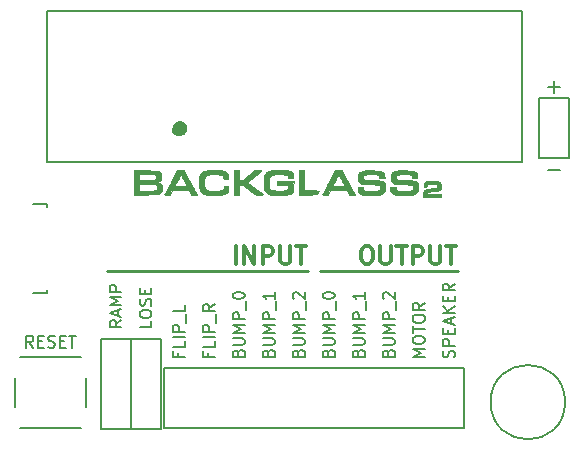
<source format=gto>
G04 #@! TF.FileFunction,Legend,Top*
%FSLAX46Y46*%
G04 Gerber Fmt 4.6, Leading zero omitted, Abs format (unit mm)*
G04 Created by KiCad (PCBNEW 4.0.3-stable) date 05/01/17 03:43:23*
%MOMM*%
%LPD*%
G01*
G04 APERTURE LIST*
%ADD10C,0.100000*%
%ADD11C,0.200000*%
%ADD12C,0.300000*%
%ADD13C,0.250000*%
%ADD14C,0.150000*%
%ADD15C,1.250000*%
%ADD16C,0.010000*%
G04 APERTURE END LIST*
D10*
D11*
X163830000Y-82050000D02*
X163830000Y-81050000D01*
X163330000Y-81550000D02*
X164330000Y-81550000D01*
X163330000Y-88630000D02*
X164330000Y-88630000D01*
X119707619Y-103642381D02*
X119374285Y-103166190D01*
X119136190Y-103642381D02*
X119136190Y-102642381D01*
X119517143Y-102642381D01*
X119612381Y-102690000D01*
X119660000Y-102737619D01*
X119707619Y-102832857D01*
X119707619Y-102975714D01*
X119660000Y-103070952D01*
X119612381Y-103118571D01*
X119517143Y-103166190D01*
X119136190Y-103166190D01*
X120136190Y-103118571D02*
X120469524Y-103118571D01*
X120612381Y-103642381D02*
X120136190Y-103642381D01*
X120136190Y-102642381D01*
X120612381Y-102642381D01*
X120993333Y-103594762D02*
X121136190Y-103642381D01*
X121374286Y-103642381D01*
X121469524Y-103594762D01*
X121517143Y-103547143D01*
X121564762Y-103451905D01*
X121564762Y-103356667D01*
X121517143Y-103261429D01*
X121469524Y-103213810D01*
X121374286Y-103166190D01*
X121183809Y-103118571D01*
X121088571Y-103070952D01*
X121040952Y-103023333D01*
X120993333Y-102928095D01*
X120993333Y-102832857D01*
X121040952Y-102737619D01*
X121088571Y-102690000D01*
X121183809Y-102642381D01*
X121421905Y-102642381D01*
X121564762Y-102690000D01*
X121993333Y-103118571D02*
X122326667Y-103118571D01*
X122469524Y-103642381D02*
X121993333Y-103642381D01*
X121993333Y-102642381D01*
X122469524Y-102642381D01*
X122755238Y-102642381D02*
X123326667Y-102642381D01*
X123040952Y-103642381D02*
X123040952Y-102642381D01*
D12*
X147832856Y-95058571D02*
X148118570Y-95058571D01*
X148261428Y-95130000D01*
X148404285Y-95272857D01*
X148475713Y-95558571D01*
X148475713Y-96058571D01*
X148404285Y-96344286D01*
X148261428Y-96487143D01*
X148118570Y-96558571D01*
X147832856Y-96558571D01*
X147689999Y-96487143D01*
X147547142Y-96344286D01*
X147475713Y-96058571D01*
X147475713Y-95558571D01*
X147547142Y-95272857D01*
X147689999Y-95130000D01*
X147832856Y-95058571D01*
X149118571Y-95058571D02*
X149118571Y-96272857D01*
X149189999Y-96415714D01*
X149261428Y-96487143D01*
X149404285Y-96558571D01*
X149689999Y-96558571D01*
X149832857Y-96487143D01*
X149904285Y-96415714D01*
X149975714Y-96272857D01*
X149975714Y-95058571D01*
X150475714Y-95058571D02*
X151332857Y-95058571D01*
X150904286Y-96558571D02*
X150904286Y-95058571D01*
X151832857Y-96558571D02*
X151832857Y-95058571D01*
X152404285Y-95058571D01*
X152547143Y-95130000D01*
X152618571Y-95201429D01*
X152690000Y-95344286D01*
X152690000Y-95558571D01*
X152618571Y-95701429D01*
X152547143Y-95772857D01*
X152404285Y-95844286D01*
X151832857Y-95844286D01*
X153332857Y-95058571D02*
X153332857Y-96272857D01*
X153404285Y-96415714D01*
X153475714Y-96487143D01*
X153618571Y-96558571D01*
X153904285Y-96558571D01*
X154047143Y-96487143D01*
X154118571Y-96415714D01*
X154190000Y-96272857D01*
X154190000Y-95058571D01*
X154690000Y-95058571D02*
X155547143Y-95058571D01*
X155118572Y-96558571D02*
X155118572Y-95058571D01*
D13*
X144030000Y-97130000D02*
X155690000Y-97130000D01*
D12*
X136847142Y-96558571D02*
X136847142Y-95058571D01*
X137561428Y-96558571D02*
X137561428Y-95058571D01*
X138418571Y-96558571D01*
X138418571Y-95058571D01*
X139132857Y-96558571D02*
X139132857Y-95058571D01*
X139704285Y-95058571D01*
X139847143Y-95130000D01*
X139918571Y-95201429D01*
X139990000Y-95344286D01*
X139990000Y-95558571D01*
X139918571Y-95701429D01*
X139847143Y-95772857D01*
X139704285Y-95844286D01*
X139132857Y-95844286D01*
X140632857Y-95058571D02*
X140632857Y-96272857D01*
X140704285Y-96415714D01*
X140775714Y-96487143D01*
X140918571Y-96558571D01*
X141204285Y-96558571D01*
X141347143Y-96487143D01*
X141418571Y-96415714D01*
X141490000Y-96272857D01*
X141490000Y-95058571D01*
X141990000Y-95058571D02*
X142847143Y-95058571D01*
X142418572Y-96558571D02*
X142418572Y-95058571D01*
D13*
X125990000Y-97130000D02*
X142990000Y-97130000D01*
D11*
X129732381Y-101415714D02*
X129732381Y-101891905D01*
X128732381Y-101891905D01*
X128732381Y-100891905D02*
X128732381Y-100701428D01*
X128780000Y-100606190D01*
X128875238Y-100510952D01*
X129065714Y-100463333D01*
X129399048Y-100463333D01*
X129589524Y-100510952D01*
X129684762Y-100606190D01*
X129732381Y-100701428D01*
X129732381Y-100891905D01*
X129684762Y-100987143D01*
X129589524Y-101082381D01*
X129399048Y-101130000D01*
X129065714Y-101130000D01*
X128875238Y-101082381D01*
X128780000Y-100987143D01*
X128732381Y-100891905D01*
X129684762Y-100082381D02*
X129732381Y-99939524D01*
X129732381Y-99701428D01*
X129684762Y-99606190D01*
X129637143Y-99558571D01*
X129541905Y-99510952D01*
X129446667Y-99510952D01*
X129351429Y-99558571D01*
X129303810Y-99606190D01*
X129256190Y-99701428D01*
X129208571Y-99891905D01*
X129160952Y-99987143D01*
X129113333Y-100034762D01*
X129018095Y-100082381D01*
X128922857Y-100082381D01*
X128827619Y-100034762D01*
X128780000Y-99987143D01*
X128732381Y-99891905D01*
X128732381Y-99653809D01*
X128780000Y-99510952D01*
X129208571Y-99082381D02*
X129208571Y-98749047D01*
X129732381Y-98606190D02*
X129732381Y-99082381D01*
X128732381Y-99082381D01*
X128732381Y-98606190D01*
X155344762Y-104469524D02*
X155392381Y-104326667D01*
X155392381Y-104088571D01*
X155344762Y-103993333D01*
X155297143Y-103945714D01*
X155201905Y-103898095D01*
X155106667Y-103898095D01*
X155011429Y-103945714D01*
X154963810Y-103993333D01*
X154916190Y-104088571D01*
X154868571Y-104279048D01*
X154820952Y-104374286D01*
X154773333Y-104421905D01*
X154678095Y-104469524D01*
X154582857Y-104469524D01*
X154487619Y-104421905D01*
X154440000Y-104374286D01*
X154392381Y-104279048D01*
X154392381Y-104040952D01*
X154440000Y-103898095D01*
X155392381Y-103469524D02*
X154392381Y-103469524D01*
X154392381Y-103088571D01*
X154440000Y-102993333D01*
X154487619Y-102945714D01*
X154582857Y-102898095D01*
X154725714Y-102898095D01*
X154820952Y-102945714D01*
X154868571Y-102993333D01*
X154916190Y-103088571D01*
X154916190Y-103469524D01*
X154868571Y-102469524D02*
X154868571Y-102136190D01*
X155392381Y-101993333D02*
X155392381Y-102469524D01*
X154392381Y-102469524D01*
X154392381Y-101993333D01*
X155106667Y-101612381D02*
X155106667Y-101136190D01*
X155392381Y-101707619D02*
X154392381Y-101374286D01*
X155392381Y-101040952D01*
X155392381Y-100707619D02*
X154392381Y-100707619D01*
X155392381Y-100136190D02*
X154820952Y-100564762D01*
X154392381Y-100136190D02*
X154963810Y-100707619D01*
X154868571Y-99707619D02*
X154868571Y-99374285D01*
X155392381Y-99231428D02*
X155392381Y-99707619D01*
X154392381Y-99707619D01*
X154392381Y-99231428D01*
X155392381Y-98231428D02*
X154916190Y-98564762D01*
X155392381Y-98802857D02*
X154392381Y-98802857D01*
X154392381Y-98421904D01*
X154440000Y-98326666D01*
X154487619Y-98279047D01*
X154582857Y-98231428D01*
X154725714Y-98231428D01*
X154820952Y-98279047D01*
X154868571Y-98326666D01*
X154916190Y-98421904D01*
X154916190Y-98802857D01*
X152852381Y-104421905D02*
X151852381Y-104421905D01*
X152566667Y-104088571D01*
X151852381Y-103755238D01*
X152852381Y-103755238D01*
X151852381Y-103088572D02*
X151852381Y-102898095D01*
X151900000Y-102802857D01*
X151995238Y-102707619D01*
X152185714Y-102660000D01*
X152519048Y-102660000D01*
X152709524Y-102707619D01*
X152804762Y-102802857D01*
X152852381Y-102898095D01*
X152852381Y-103088572D01*
X152804762Y-103183810D01*
X152709524Y-103279048D01*
X152519048Y-103326667D01*
X152185714Y-103326667D01*
X151995238Y-103279048D01*
X151900000Y-103183810D01*
X151852381Y-103088572D01*
X151852381Y-102374286D02*
X151852381Y-101802857D01*
X152852381Y-102088572D02*
X151852381Y-102088572D01*
X151852381Y-101279048D02*
X151852381Y-101088571D01*
X151900000Y-100993333D01*
X151995238Y-100898095D01*
X152185714Y-100850476D01*
X152519048Y-100850476D01*
X152709524Y-100898095D01*
X152804762Y-100993333D01*
X152852381Y-101088571D01*
X152852381Y-101279048D01*
X152804762Y-101374286D01*
X152709524Y-101469524D01*
X152519048Y-101517143D01*
X152185714Y-101517143D01*
X151995238Y-101469524D01*
X151900000Y-101374286D01*
X151852381Y-101279048D01*
X152852381Y-99850476D02*
X152376190Y-100183810D01*
X152852381Y-100421905D02*
X151852381Y-100421905D01*
X151852381Y-100040952D01*
X151900000Y-99945714D01*
X151947619Y-99898095D01*
X152042857Y-99850476D01*
X152185714Y-99850476D01*
X152280952Y-99898095D01*
X152328571Y-99945714D01*
X152376190Y-100040952D01*
X152376190Y-100421905D01*
X149788571Y-104088571D02*
X149836190Y-103945714D01*
X149883810Y-103898095D01*
X149979048Y-103850476D01*
X150121905Y-103850476D01*
X150217143Y-103898095D01*
X150264762Y-103945714D01*
X150312381Y-104040952D01*
X150312381Y-104421905D01*
X149312381Y-104421905D01*
X149312381Y-104088571D01*
X149360000Y-103993333D01*
X149407619Y-103945714D01*
X149502857Y-103898095D01*
X149598095Y-103898095D01*
X149693333Y-103945714D01*
X149740952Y-103993333D01*
X149788571Y-104088571D01*
X149788571Y-104421905D01*
X149312381Y-103421905D02*
X150121905Y-103421905D01*
X150217143Y-103374286D01*
X150264762Y-103326667D01*
X150312381Y-103231429D01*
X150312381Y-103040952D01*
X150264762Y-102945714D01*
X150217143Y-102898095D01*
X150121905Y-102850476D01*
X149312381Y-102850476D01*
X150312381Y-102374286D02*
X149312381Y-102374286D01*
X150026667Y-102040952D01*
X149312381Y-101707619D01*
X150312381Y-101707619D01*
X150312381Y-101231429D02*
X149312381Y-101231429D01*
X149312381Y-100850476D01*
X149360000Y-100755238D01*
X149407619Y-100707619D01*
X149502857Y-100660000D01*
X149645714Y-100660000D01*
X149740952Y-100707619D01*
X149788571Y-100755238D01*
X149836190Y-100850476D01*
X149836190Y-101231429D01*
X150407619Y-100469524D02*
X150407619Y-99707619D01*
X149407619Y-99517143D02*
X149360000Y-99469524D01*
X149312381Y-99374286D01*
X149312381Y-99136190D01*
X149360000Y-99040952D01*
X149407619Y-98993333D01*
X149502857Y-98945714D01*
X149598095Y-98945714D01*
X149740952Y-98993333D01*
X150312381Y-99564762D01*
X150312381Y-98945714D01*
X147248571Y-104088571D02*
X147296190Y-103945714D01*
X147343810Y-103898095D01*
X147439048Y-103850476D01*
X147581905Y-103850476D01*
X147677143Y-103898095D01*
X147724762Y-103945714D01*
X147772381Y-104040952D01*
X147772381Y-104421905D01*
X146772381Y-104421905D01*
X146772381Y-104088571D01*
X146820000Y-103993333D01*
X146867619Y-103945714D01*
X146962857Y-103898095D01*
X147058095Y-103898095D01*
X147153333Y-103945714D01*
X147200952Y-103993333D01*
X147248571Y-104088571D01*
X147248571Y-104421905D01*
X146772381Y-103421905D02*
X147581905Y-103421905D01*
X147677143Y-103374286D01*
X147724762Y-103326667D01*
X147772381Y-103231429D01*
X147772381Y-103040952D01*
X147724762Y-102945714D01*
X147677143Y-102898095D01*
X147581905Y-102850476D01*
X146772381Y-102850476D01*
X147772381Y-102374286D02*
X146772381Y-102374286D01*
X147486667Y-102040952D01*
X146772381Y-101707619D01*
X147772381Y-101707619D01*
X147772381Y-101231429D02*
X146772381Y-101231429D01*
X146772381Y-100850476D01*
X146820000Y-100755238D01*
X146867619Y-100707619D01*
X146962857Y-100660000D01*
X147105714Y-100660000D01*
X147200952Y-100707619D01*
X147248571Y-100755238D01*
X147296190Y-100850476D01*
X147296190Y-101231429D01*
X147867619Y-100469524D02*
X147867619Y-99707619D01*
X147772381Y-98945714D02*
X147772381Y-99517143D01*
X147772381Y-99231429D02*
X146772381Y-99231429D01*
X146915238Y-99326667D01*
X147010476Y-99421905D01*
X147058095Y-99517143D01*
X144708571Y-104088571D02*
X144756190Y-103945714D01*
X144803810Y-103898095D01*
X144899048Y-103850476D01*
X145041905Y-103850476D01*
X145137143Y-103898095D01*
X145184762Y-103945714D01*
X145232381Y-104040952D01*
X145232381Y-104421905D01*
X144232381Y-104421905D01*
X144232381Y-104088571D01*
X144280000Y-103993333D01*
X144327619Y-103945714D01*
X144422857Y-103898095D01*
X144518095Y-103898095D01*
X144613333Y-103945714D01*
X144660952Y-103993333D01*
X144708571Y-104088571D01*
X144708571Y-104421905D01*
X144232381Y-103421905D02*
X145041905Y-103421905D01*
X145137143Y-103374286D01*
X145184762Y-103326667D01*
X145232381Y-103231429D01*
X145232381Y-103040952D01*
X145184762Y-102945714D01*
X145137143Y-102898095D01*
X145041905Y-102850476D01*
X144232381Y-102850476D01*
X145232381Y-102374286D02*
X144232381Y-102374286D01*
X144946667Y-102040952D01*
X144232381Y-101707619D01*
X145232381Y-101707619D01*
X145232381Y-101231429D02*
X144232381Y-101231429D01*
X144232381Y-100850476D01*
X144280000Y-100755238D01*
X144327619Y-100707619D01*
X144422857Y-100660000D01*
X144565714Y-100660000D01*
X144660952Y-100707619D01*
X144708571Y-100755238D01*
X144756190Y-100850476D01*
X144756190Y-101231429D01*
X145327619Y-100469524D02*
X145327619Y-99707619D01*
X144232381Y-99279048D02*
X144232381Y-99183809D01*
X144280000Y-99088571D01*
X144327619Y-99040952D01*
X144422857Y-98993333D01*
X144613333Y-98945714D01*
X144851429Y-98945714D01*
X145041905Y-98993333D01*
X145137143Y-99040952D01*
X145184762Y-99088571D01*
X145232381Y-99183809D01*
X145232381Y-99279048D01*
X145184762Y-99374286D01*
X145137143Y-99421905D01*
X145041905Y-99469524D01*
X144851429Y-99517143D01*
X144613333Y-99517143D01*
X144422857Y-99469524D01*
X144327619Y-99421905D01*
X144280000Y-99374286D01*
X144232381Y-99279048D01*
X142168571Y-104088571D02*
X142216190Y-103945714D01*
X142263810Y-103898095D01*
X142359048Y-103850476D01*
X142501905Y-103850476D01*
X142597143Y-103898095D01*
X142644762Y-103945714D01*
X142692381Y-104040952D01*
X142692381Y-104421905D01*
X141692381Y-104421905D01*
X141692381Y-104088571D01*
X141740000Y-103993333D01*
X141787619Y-103945714D01*
X141882857Y-103898095D01*
X141978095Y-103898095D01*
X142073333Y-103945714D01*
X142120952Y-103993333D01*
X142168571Y-104088571D01*
X142168571Y-104421905D01*
X141692381Y-103421905D02*
X142501905Y-103421905D01*
X142597143Y-103374286D01*
X142644762Y-103326667D01*
X142692381Y-103231429D01*
X142692381Y-103040952D01*
X142644762Y-102945714D01*
X142597143Y-102898095D01*
X142501905Y-102850476D01*
X141692381Y-102850476D01*
X142692381Y-102374286D02*
X141692381Y-102374286D01*
X142406667Y-102040952D01*
X141692381Y-101707619D01*
X142692381Y-101707619D01*
X142692381Y-101231429D02*
X141692381Y-101231429D01*
X141692381Y-100850476D01*
X141740000Y-100755238D01*
X141787619Y-100707619D01*
X141882857Y-100660000D01*
X142025714Y-100660000D01*
X142120952Y-100707619D01*
X142168571Y-100755238D01*
X142216190Y-100850476D01*
X142216190Y-101231429D01*
X142787619Y-100469524D02*
X142787619Y-99707619D01*
X141787619Y-99517143D02*
X141740000Y-99469524D01*
X141692381Y-99374286D01*
X141692381Y-99136190D01*
X141740000Y-99040952D01*
X141787619Y-98993333D01*
X141882857Y-98945714D01*
X141978095Y-98945714D01*
X142120952Y-98993333D01*
X142692381Y-99564762D01*
X142692381Y-98945714D01*
X139628571Y-104088571D02*
X139676190Y-103945714D01*
X139723810Y-103898095D01*
X139819048Y-103850476D01*
X139961905Y-103850476D01*
X140057143Y-103898095D01*
X140104762Y-103945714D01*
X140152381Y-104040952D01*
X140152381Y-104421905D01*
X139152381Y-104421905D01*
X139152381Y-104088571D01*
X139200000Y-103993333D01*
X139247619Y-103945714D01*
X139342857Y-103898095D01*
X139438095Y-103898095D01*
X139533333Y-103945714D01*
X139580952Y-103993333D01*
X139628571Y-104088571D01*
X139628571Y-104421905D01*
X139152381Y-103421905D02*
X139961905Y-103421905D01*
X140057143Y-103374286D01*
X140104762Y-103326667D01*
X140152381Y-103231429D01*
X140152381Y-103040952D01*
X140104762Y-102945714D01*
X140057143Y-102898095D01*
X139961905Y-102850476D01*
X139152381Y-102850476D01*
X140152381Y-102374286D02*
X139152381Y-102374286D01*
X139866667Y-102040952D01*
X139152381Y-101707619D01*
X140152381Y-101707619D01*
X140152381Y-101231429D02*
X139152381Y-101231429D01*
X139152381Y-100850476D01*
X139200000Y-100755238D01*
X139247619Y-100707619D01*
X139342857Y-100660000D01*
X139485714Y-100660000D01*
X139580952Y-100707619D01*
X139628571Y-100755238D01*
X139676190Y-100850476D01*
X139676190Y-101231429D01*
X140247619Y-100469524D02*
X140247619Y-99707619D01*
X140152381Y-98945714D02*
X140152381Y-99517143D01*
X140152381Y-99231429D02*
X139152381Y-99231429D01*
X139295238Y-99326667D01*
X139390476Y-99421905D01*
X139438095Y-99517143D01*
X137088571Y-104088571D02*
X137136190Y-103945714D01*
X137183810Y-103898095D01*
X137279048Y-103850476D01*
X137421905Y-103850476D01*
X137517143Y-103898095D01*
X137564762Y-103945714D01*
X137612381Y-104040952D01*
X137612381Y-104421905D01*
X136612381Y-104421905D01*
X136612381Y-104088571D01*
X136660000Y-103993333D01*
X136707619Y-103945714D01*
X136802857Y-103898095D01*
X136898095Y-103898095D01*
X136993333Y-103945714D01*
X137040952Y-103993333D01*
X137088571Y-104088571D01*
X137088571Y-104421905D01*
X136612381Y-103421905D02*
X137421905Y-103421905D01*
X137517143Y-103374286D01*
X137564762Y-103326667D01*
X137612381Y-103231429D01*
X137612381Y-103040952D01*
X137564762Y-102945714D01*
X137517143Y-102898095D01*
X137421905Y-102850476D01*
X136612381Y-102850476D01*
X137612381Y-102374286D02*
X136612381Y-102374286D01*
X137326667Y-102040952D01*
X136612381Y-101707619D01*
X137612381Y-101707619D01*
X137612381Y-101231429D02*
X136612381Y-101231429D01*
X136612381Y-100850476D01*
X136660000Y-100755238D01*
X136707619Y-100707619D01*
X136802857Y-100660000D01*
X136945714Y-100660000D01*
X137040952Y-100707619D01*
X137088571Y-100755238D01*
X137136190Y-100850476D01*
X137136190Y-101231429D01*
X137707619Y-100469524D02*
X137707619Y-99707619D01*
X136612381Y-99279048D02*
X136612381Y-99183809D01*
X136660000Y-99088571D01*
X136707619Y-99040952D01*
X136802857Y-98993333D01*
X136993333Y-98945714D01*
X137231429Y-98945714D01*
X137421905Y-98993333D01*
X137517143Y-99040952D01*
X137564762Y-99088571D01*
X137612381Y-99183809D01*
X137612381Y-99279048D01*
X137564762Y-99374286D01*
X137517143Y-99421905D01*
X137421905Y-99469524D01*
X137231429Y-99517143D01*
X136993333Y-99517143D01*
X136802857Y-99469524D01*
X136707619Y-99421905D01*
X136660000Y-99374286D01*
X136612381Y-99279048D01*
X134548571Y-104088571D02*
X134548571Y-104421905D01*
X135072381Y-104421905D02*
X134072381Y-104421905D01*
X134072381Y-103945714D01*
X135072381Y-103088571D02*
X135072381Y-103564762D01*
X134072381Y-103564762D01*
X135072381Y-102755238D02*
X134072381Y-102755238D01*
X135072381Y-102279048D02*
X134072381Y-102279048D01*
X134072381Y-101898095D01*
X134120000Y-101802857D01*
X134167619Y-101755238D01*
X134262857Y-101707619D01*
X134405714Y-101707619D01*
X134500952Y-101755238D01*
X134548571Y-101802857D01*
X134596190Y-101898095D01*
X134596190Y-102279048D01*
X135167619Y-101517143D02*
X135167619Y-100755238D01*
X135072381Y-99945714D02*
X134596190Y-100279048D01*
X135072381Y-100517143D02*
X134072381Y-100517143D01*
X134072381Y-100136190D01*
X134120000Y-100040952D01*
X134167619Y-99993333D01*
X134262857Y-99945714D01*
X134405714Y-99945714D01*
X134500952Y-99993333D01*
X134548571Y-100040952D01*
X134596190Y-100136190D01*
X134596190Y-100517143D01*
X132008571Y-104088571D02*
X132008571Y-104421905D01*
X132532381Y-104421905D02*
X131532381Y-104421905D01*
X131532381Y-103945714D01*
X132532381Y-103088571D02*
X132532381Y-103564762D01*
X131532381Y-103564762D01*
X132532381Y-102755238D02*
X131532381Y-102755238D01*
X132532381Y-102279048D02*
X131532381Y-102279048D01*
X131532381Y-101898095D01*
X131580000Y-101802857D01*
X131627619Y-101755238D01*
X131722857Y-101707619D01*
X131865714Y-101707619D01*
X131960952Y-101755238D01*
X132008571Y-101802857D01*
X132056190Y-101898095D01*
X132056190Y-102279048D01*
X132627619Y-101517143D02*
X132627619Y-100755238D01*
X132532381Y-100040952D02*
X132532381Y-100517143D01*
X131532381Y-100517143D01*
X127192381Y-101320476D02*
X126716190Y-101653810D01*
X127192381Y-101891905D02*
X126192381Y-101891905D01*
X126192381Y-101510952D01*
X126240000Y-101415714D01*
X126287619Y-101368095D01*
X126382857Y-101320476D01*
X126525714Y-101320476D01*
X126620952Y-101368095D01*
X126668571Y-101415714D01*
X126716190Y-101510952D01*
X126716190Y-101891905D01*
X126906667Y-100939524D02*
X126906667Y-100463333D01*
X127192381Y-101034762D02*
X126192381Y-100701429D01*
X127192381Y-100368095D01*
X127192381Y-100034762D02*
X126192381Y-100034762D01*
X126906667Y-99701428D01*
X126192381Y-99368095D01*
X127192381Y-99368095D01*
X127192381Y-98891905D02*
X126192381Y-98891905D01*
X126192381Y-98510952D01*
X126240000Y-98415714D01*
X126287619Y-98368095D01*
X126382857Y-98320476D01*
X126525714Y-98320476D01*
X126620952Y-98368095D01*
X126668571Y-98415714D01*
X126716190Y-98510952D01*
X126716190Y-98891905D01*
D14*
X164750000Y-108260000D02*
G75*
G03X164750000Y-108260000I-3150000J0D01*
G01*
D15*
X132130000Y-85106000D02*
G75*
G03X132130000Y-85106000I-50000J0D01*
G01*
D14*
X120870000Y-75150000D02*
X161070000Y-75150000D01*
X161070000Y-75150000D02*
X161070000Y-87950000D01*
X161070000Y-87950000D02*
X120870000Y-87950000D01*
X120870000Y-87950000D02*
X120870000Y-75150000D01*
X156210000Y-110490000D02*
X130810000Y-110490000D01*
X130810000Y-105410000D02*
X156210000Y-105410000D01*
X156210000Y-110490000D02*
X156210000Y-105410000D01*
X130810000Y-105410000D02*
X130810000Y-110490000D01*
X128010000Y-102880000D02*
X125470000Y-102880000D01*
X125470000Y-102880000D02*
X125470000Y-110500000D01*
X125470000Y-110500000D02*
X128010000Y-110500000D01*
X128010000Y-110500000D02*
X128010000Y-102880000D01*
X130540000Y-102880000D02*
X128000000Y-102880000D01*
X128000000Y-102880000D02*
X128000000Y-110500000D01*
X128000000Y-110500000D02*
X130540000Y-110500000D01*
X130540000Y-110500000D02*
X130540000Y-102880000D01*
X120890000Y-98800000D02*
X120890000Y-99000000D01*
X120890000Y-99000000D02*
X119690000Y-99000000D01*
X120890000Y-91700000D02*
X120890000Y-91500000D01*
X120890000Y-91500000D02*
X119690000Y-91500000D01*
X165100000Y-82550000D02*
X165100000Y-87630000D01*
X165100000Y-87630000D02*
X162560000Y-87630000D01*
X162560000Y-87630000D02*
X162560000Y-82550000D01*
X162560000Y-82550000D02*
X165100000Y-82550000D01*
X123760000Y-104440000D02*
X118560000Y-104440000D01*
X123760000Y-110440000D02*
X118560000Y-110440000D01*
X118160000Y-108640000D02*
X118160000Y-106240000D01*
X124160000Y-108640000D02*
X124160000Y-106240000D01*
D16*
G36*
X153588787Y-89519196D02*
X153758378Y-89527230D01*
X153902996Y-89541850D01*
X154000875Y-89561376D01*
X154096970Y-89595514D01*
X154153985Y-89634861D01*
X154190767Y-89693430D01*
X154196619Y-89706917D01*
X154228050Y-89831017D01*
X154236818Y-89979845D01*
X154222355Y-90123863D01*
X154205843Y-90185965D01*
X154175604Y-90248494D01*
X154128818Y-90296411D01*
X154057413Y-90332412D01*
X153953315Y-90359191D01*
X153808452Y-90379446D01*
X153614748Y-90395870D01*
X153567641Y-90399050D01*
X153369163Y-90414360D01*
X153222202Y-90432206D01*
X153119685Y-90454940D01*
X153054536Y-90484912D01*
X153019681Y-90524473D01*
X153008046Y-90575973D01*
X153007866Y-90585041D01*
X153007866Y-90657024D01*
X153630415Y-90664931D01*
X154252964Y-90672837D01*
X154262057Y-90782699D01*
X154271149Y-90892561D01*
X152738368Y-90892561D01*
X152748608Y-90631215D01*
X152756469Y-90496516D01*
X152772935Y-90393227D01*
X152805193Y-90316473D01*
X152860432Y-90261379D01*
X152945839Y-90223072D01*
X153068604Y-90196676D01*
X153235914Y-90177316D01*
X153441934Y-90161055D01*
X153630560Y-90144064D01*
X153767714Y-90122466D01*
X153860489Y-90093449D01*
X153915977Y-90054202D01*
X153941272Y-90001915D01*
X153944903Y-89961724D01*
X153931607Y-89871146D01*
X153884541Y-89814821D01*
X153797003Y-89778761D01*
X153701727Y-89761864D01*
X153574354Y-89752740D01*
X153434893Y-89751315D01*
X153303353Y-89757514D01*
X153199743Y-89771263D01*
X153164176Y-89781129D01*
X153080627Y-89827353D01*
X153043155Y-89892748D01*
X153037611Y-89947751D01*
X153030535Y-89988618D01*
X152999714Y-90007971D01*
X152929658Y-90013529D01*
X152905329Y-90013668D01*
X152773495Y-90013668D01*
X152773540Y-89903806D01*
X152795752Y-89756495D01*
X152859024Y-89641925D01*
X152958509Y-89567791D01*
X152993218Y-89555020D01*
X153096437Y-89535660D01*
X153241189Y-89523306D01*
X153410848Y-89517853D01*
X153588787Y-89519196D01*
X153588787Y-89519196D01*
G37*
X153588787Y-89519196D02*
X153758378Y-89527230D01*
X153902996Y-89541850D01*
X154000875Y-89561376D01*
X154096970Y-89595514D01*
X154153985Y-89634861D01*
X154190767Y-89693430D01*
X154196619Y-89706917D01*
X154228050Y-89831017D01*
X154236818Y-89979845D01*
X154222355Y-90123863D01*
X154205843Y-90185965D01*
X154175604Y-90248494D01*
X154128818Y-90296411D01*
X154057413Y-90332412D01*
X153953315Y-90359191D01*
X153808452Y-90379446D01*
X153614748Y-90395870D01*
X153567641Y-90399050D01*
X153369163Y-90414360D01*
X153222202Y-90432206D01*
X153119685Y-90454940D01*
X153054536Y-90484912D01*
X153019681Y-90524473D01*
X153008046Y-90575973D01*
X153007866Y-90585041D01*
X153007866Y-90657024D01*
X153630415Y-90664931D01*
X154252964Y-90672837D01*
X154262057Y-90782699D01*
X154271149Y-90892561D01*
X152738368Y-90892561D01*
X152748608Y-90631215D01*
X152756469Y-90496516D01*
X152772935Y-90393227D01*
X152805193Y-90316473D01*
X152860432Y-90261379D01*
X152945839Y-90223072D01*
X153068604Y-90196676D01*
X153235914Y-90177316D01*
X153441934Y-90161055D01*
X153630560Y-90144064D01*
X153767714Y-90122466D01*
X153860489Y-90093449D01*
X153915977Y-90054202D01*
X153941272Y-90001915D01*
X153944903Y-89961724D01*
X153931607Y-89871146D01*
X153884541Y-89814821D01*
X153797003Y-89778761D01*
X153701727Y-89761864D01*
X153574354Y-89752740D01*
X153434893Y-89751315D01*
X153303353Y-89757514D01*
X153199743Y-89771263D01*
X153164176Y-89781129D01*
X153080627Y-89827353D01*
X153043155Y-89892748D01*
X153037611Y-89947751D01*
X153030535Y-89988618D01*
X152999714Y-90007971D01*
X152929658Y-90013529D01*
X152905329Y-90013668D01*
X152773495Y-90013668D01*
X152773540Y-89903806D01*
X152795752Y-89756495D01*
X152859024Y-89641925D01*
X152958509Y-89567791D01*
X152993218Y-89555020D01*
X153096437Y-89535660D01*
X153241189Y-89523306D01*
X153410848Y-89517853D01*
X153588787Y-89519196D01*
G36*
X135462345Y-88618346D02*
X135667562Y-88635494D01*
X135829459Y-88663731D01*
X135952854Y-88703501D01*
X135977464Y-88714905D01*
X136084017Y-88783129D01*
X136154221Y-88870064D01*
X136195525Y-88988848D01*
X136214023Y-89132096D01*
X136228888Y-89339850D01*
X136019876Y-89339850D01*
X135911450Y-89338768D01*
X135848973Y-89332644D01*
X135819807Y-89317166D01*
X135811312Y-89288020D01*
X135810865Y-89268516D01*
X135804678Y-89178970D01*
X135781932Y-89109255D01*
X135736352Y-89056989D01*
X135661663Y-89019791D01*
X135551591Y-88995278D01*
X135399858Y-88981067D01*
X135200191Y-88974778D01*
X135034510Y-88973810D01*
X134822689Y-88975092D01*
X134660573Y-88980115D01*
X134539301Y-88990869D01*
X134450010Y-89009344D01*
X134383839Y-89037529D01*
X134331927Y-89077413D01*
X134285411Y-89130988D01*
X134275437Y-89144248D01*
X134251487Y-89181423D01*
X134234706Y-89224493D01*
X134223840Y-89284055D01*
X134217638Y-89370705D01*
X134214846Y-89495040D01*
X134214210Y-89662111D01*
X134214888Y-89833243D01*
X134217759Y-89956387D01*
X134224074Y-90042140D01*
X134235087Y-90101100D01*
X134252051Y-90143863D01*
X134275437Y-90179974D01*
X134321947Y-90236696D01*
X134371980Y-90279307D01*
X134434400Y-90309799D01*
X134518067Y-90330159D01*
X134631844Y-90342379D01*
X134784592Y-90348447D01*
X134985172Y-90350354D01*
X135034510Y-90350412D01*
X135263162Y-90348768D01*
X135440431Y-90342649D01*
X135573453Y-90330518D01*
X135669365Y-90310836D01*
X135735301Y-90282065D01*
X135778398Y-90242668D01*
X135805793Y-90191105D01*
X135808521Y-90183576D01*
X135831377Y-90096646D01*
X135840161Y-90023944D01*
X135843750Y-89987935D01*
X135863009Y-89967322D01*
X135910673Y-89957829D01*
X135999479Y-89955178D01*
X136045236Y-89955075D01*
X136250311Y-89955075D01*
X136250311Y-90094426D01*
X136230819Y-90288218D01*
X136170947Y-90440830D01*
X136068600Y-90555435D01*
X135921686Y-90635207D01*
X135885289Y-90647732D01*
X135792431Y-90666917D01*
X135653017Y-90682793D01*
X135479001Y-90695151D01*
X135282339Y-90703785D01*
X135074986Y-90708485D01*
X134868895Y-90709045D01*
X134676023Y-90705255D01*
X134508323Y-90696910D01*
X134377750Y-90683800D01*
X134327545Y-90674816D01*
X134150722Y-90624899D01*
X134021399Y-90564344D01*
X133928713Y-90487724D01*
X133910852Y-90466517D01*
X133864115Y-90399105D01*
X133829178Y-90325717D01*
X133804428Y-90236828D01*
X133788254Y-90122912D01*
X133779045Y-89974443D01*
X133775188Y-89781897D01*
X133774764Y-89662111D01*
X133775746Y-89464960D01*
X133779263Y-89315926D01*
X133786173Y-89204558D01*
X133797331Y-89120405D01*
X133813596Y-89053014D01*
X133828137Y-89011098D01*
X133879557Y-88903056D01*
X133945906Y-88816498D01*
X134033756Y-88749006D01*
X134149676Y-88698162D01*
X134300238Y-88661546D01*
X134492013Y-88636740D01*
X134731570Y-88621325D01*
X134902676Y-88615533D01*
X135208989Y-88611841D01*
X135462345Y-88618346D01*
X135462345Y-88618346D01*
G37*
X135462345Y-88618346D02*
X135667562Y-88635494D01*
X135829459Y-88663731D01*
X135952854Y-88703501D01*
X135977464Y-88714905D01*
X136084017Y-88783129D01*
X136154221Y-88870064D01*
X136195525Y-88988848D01*
X136214023Y-89132096D01*
X136228888Y-89339850D01*
X136019876Y-89339850D01*
X135911450Y-89338768D01*
X135848973Y-89332644D01*
X135819807Y-89317166D01*
X135811312Y-89288020D01*
X135810865Y-89268516D01*
X135804678Y-89178970D01*
X135781932Y-89109255D01*
X135736352Y-89056989D01*
X135661663Y-89019791D01*
X135551591Y-88995278D01*
X135399858Y-88981067D01*
X135200191Y-88974778D01*
X135034510Y-88973810D01*
X134822689Y-88975092D01*
X134660573Y-88980115D01*
X134539301Y-88990869D01*
X134450010Y-89009344D01*
X134383839Y-89037529D01*
X134331927Y-89077413D01*
X134285411Y-89130988D01*
X134275437Y-89144248D01*
X134251487Y-89181423D01*
X134234706Y-89224493D01*
X134223840Y-89284055D01*
X134217638Y-89370705D01*
X134214846Y-89495040D01*
X134214210Y-89662111D01*
X134214888Y-89833243D01*
X134217759Y-89956387D01*
X134224074Y-90042140D01*
X134235087Y-90101100D01*
X134252051Y-90143863D01*
X134275437Y-90179974D01*
X134321947Y-90236696D01*
X134371980Y-90279307D01*
X134434400Y-90309799D01*
X134518067Y-90330159D01*
X134631844Y-90342379D01*
X134784592Y-90348447D01*
X134985172Y-90350354D01*
X135034510Y-90350412D01*
X135263162Y-90348768D01*
X135440431Y-90342649D01*
X135573453Y-90330518D01*
X135669365Y-90310836D01*
X135735301Y-90282065D01*
X135778398Y-90242668D01*
X135805793Y-90191105D01*
X135808521Y-90183576D01*
X135831377Y-90096646D01*
X135840161Y-90023944D01*
X135843750Y-89987935D01*
X135863009Y-89967322D01*
X135910673Y-89957829D01*
X135999479Y-89955178D01*
X136045236Y-89955075D01*
X136250311Y-89955075D01*
X136250311Y-90094426D01*
X136230819Y-90288218D01*
X136170947Y-90440830D01*
X136068600Y-90555435D01*
X135921686Y-90635207D01*
X135885289Y-90647732D01*
X135792431Y-90666917D01*
X135653017Y-90682793D01*
X135479001Y-90695151D01*
X135282339Y-90703785D01*
X135074986Y-90708485D01*
X134868895Y-90709045D01*
X134676023Y-90705255D01*
X134508323Y-90696910D01*
X134377750Y-90683800D01*
X134327545Y-90674816D01*
X134150722Y-90624899D01*
X134021399Y-90564344D01*
X133928713Y-90487724D01*
X133910852Y-90466517D01*
X133864115Y-90399105D01*
X133829178Y-90325717D01*
X133804428Y-90236828D01*
X133788254Y-90122912D01*
X133779045Y-89974443D01*
X133775188Y-89781897D01*
X133774764Y-89662111D01*
X133775746Y-89464960D01*
X133779263Y-89315926D01*
X133786173Y-89204558D01*
X133797331Y-89120405D01*
X133813596Y-89053014D01*
X133828137Y-89011098D01*
X133879557Y-88903056D01*
X133945906Y-88816498D01*
X134033756Y-88749006D01*
X134149676Y-88698162D01*
X134300238Y-88661546D01*
X134492013Y-88636740D01*
X134731570Y-88621325D01*
X134902676Y-88615533D01*
X135208989Y-88611841D01*
X135462345Y-88618346D01*
G36*
X140999480Y-88622368D02*
X141230669Y-88646736D01*
X141405468Y-88684885D01*
X141492889Y-88719158D01*
X141595406Y-88801474D01*
X141673881Y-88924357D01*
X141720017Y-89071935D01*
X141728743Y-89170279D01*
X141728743Y-89310554D01*
X141300550Y-89310554D01*
X141272951Y-89186044D01*
X141254142Y-89118804D01*
X141226430Y-89067391D01*
X141182446Y-89029707D01*
X141114819Y-89003650D01*
X141016179Y-88987120D01*
X140879157Y-88978018D01*
X140696381Y-88974243D01*
X140527589Y-88973645D01*
X140313417Y-88974780D01*
X140149086Y-88979468D01*
X140025869Y-88989634D01*
X139935039Y-89007202D01*
X139867866Y-89034096D01*
X139815622Y-89072242D01*
X139769581Y-89123564D01*
X139753869Y-89144248D01*
X139729820Y-89181608D01*
X139713003Y-89224909D01*
X139702147Y-89284813D01*
X139695982Y-89371983D01*
X139693237Y-89497083D01*
X139692641Y-89658223D01*
X139694545Y-89851396D01*
X139702233Y-89995598D01*
X139718671Y-90100380D01*
X139746826Y-90175296D01*
X139789663Y-90229900D01*
X139850148Y-90273743D01*
X139890668Y-90296036D01*
X139963707Y-90318130D01*
X140082172Y-90336417D01*
X140232991Y-90350396D01*
X140403090Y-90359566D01*
X140579397Y-90363426D01*
X140748838Y-90361474D01*
X140898341Y-90353208D01*
X141010423Y-90338972D01*
X141146774Y-90303109D01*
X141235378Y-90250132D01*
X141286664Y-90169877D01*
X141311063Y-90052182D01*
X141311738Y-90045409D01*
X141326048Y-89896482D01*
X140381107Y-89896482D01*
X140381107Y-89574222D01*
X141764064Y-89574222D01*
X141753696Y-89933103D01*
X141747205Y-90097200D01*
X141737444Y-90215998D01*
X141722415Y-90302775D01*
X141700118Y-90370813D01*
X141682079Y-90408814D01*
X141591144Y-90522834D01*
X141451700Y-90608963D01*
X141262061Y-90668095D01*
X141157462Y-90686481D01*
X141038216Y-90698056D01*
X140877694Y-90706137D01*
X140690270Y-90710756D01*
X140490315Y-90711942D01*
X140292203Y-90709725D01*
X140110305Y-90704136D01*
X139958994Y-90695204D01*
X139857309Y-90683757D01*
X139680911Y-90643818D01*
X139538958Y-90584999D01*
X139428513Y-90501833D01*
X139346639Y-90388850D01*
X139290397Y-90240581D01*
X139256852Y-90051558D01*
X139243064Y-89816313D01*
X139245595Y-89544925D01*
X139256004Y-89326703D01*
X139273512Y-89157547D01*
X139300657Y-89028108D01*
X139339976Y-88929036D01*
X139394008Y-88850983D01*
X139448236Y-88798480D01*
X139525919Y-88743344D01*
X139617685Y-88700421D01*
X139731938Y-88668039D01*
X139877085Y-88644522D01*
X140061534Y-88628197D01*
X140293691Y-88617391D01*
X140369281Y-88615101D01*
X140712238Y-88611813D01*
X140999480Y-88622368D01*
X140999480Y-88622368D01*
G37*
X140999480Y-88622368D02*
X141230669Y-88646736D01*
X141405468Y-88684885D01*
X141492889Y-88719158D01*
X141595406Y-88801474D01*
X141673881Y-88924357D01*
X141720017Y-89071935D01*
X141728743Y-89170279D01*
X141728743Y-89310554D01*
X141300550Y-89310554D01*
X141272951Y-89186044D01*
X141254142Y-89118804D01*
X141226430Y-89067391D01*
X141182446Y-89029707D01*
X141114819Y-89003650D01*
X141016179Y-88987120D01*
X140879157Y-88978018D01*
X140696381Y-88974243D01*
X140527589Y-88973645D01*
X140313417Y-88974780D01*
X140149086Y-88979468D01*
X140025869Y-88989634D01*
X139935039Y-89007202D01*
X139867866Y-89034096D01*
X139815622Y-89072242D01*
X139769581Y-89123564D01*
X139753869Y-89144248D01*
X139729820Y-89181608D01*
X139713003Y-89224909D01*
X139702147Y-89284813D01*
X139695982Y-89371983D01*
X139693237Y-89497083D01*
X139692641Y-89658223D01*
X139694545Y-89851396D01*
X139702233Y-89995598D01*
X139718671Y-90100380D01*
X139746826Y-90175296D01*
X139789663Y-90229900D01*
X139850148Y-90273743D01*
X139890668Y-90296036D01*
X139963707Y-90318130D01*
X140082172Y-90336417D01*
X140232991Y-90350396D01*
X140403090Y-90359566D01*
X140579397Y-90363426D01*
X140748838Y-90361474D01*
X140898341Y-90353208D01*
X141010423Y-90338972D01*
X141146774Y-90303109D01*
X141235378Y-90250132D01*
X141286664Y-90169877D01*
X141311063Y-90052182D01*
X141311738Y-90045409D01*
X141326048Y-89896482D01*
X140381107Y-89896482D01*
X140381107Y-89574222D01*
X141764064Y-89574222D01*
X141753696Y-89933103D01*
X141747205Y-90097200D01*
X141737444Y-90215998D01*
X141722415Y-90302775D01*
X141700118Y-90370813D01*
X141682079Y-90408814D01*
X141591144Y-90522834D01*
X141451700Y-90608963D01*
X141262061Y-90668095D01*
X141157462Y-90686481D01*
X141038216Y-90698056D01*
X140877694Y-90706137D01*
X140690270Y-90710756D01*
X140490315Y-90711942D01*
X140292203Y-90709725D01*
X140110305Y-90704136D01*
X139958994Y-90695204D01*
X139857309Y-90683757D01*
X139680911Y-90643818D01*
X139538958Y-90584999D01*
X139428513Y-90501833D01*
X139346639Y-90388850D01*
X139290397Y-90240581D01*
X139256852Y-90051558D01*
X139243064Y-89816313D01*
X139245595Y-89544925D01*
X139256004Y-89326703D01*
X139273512Y-89157547D01*
X139300657Y-89028108D01*
X139339976Y-88929036D01*
X139394008Y-88850983D01*
X139448236Y-88798480D01*
X139525919Y-88743344D01*
X139617685Y-88700421D01*
X139731938Y-88668039D01*
X139877085Y-88644522D01*
X140061534Y-88628197D01*
X140293691Y-88617391D01*
X140369281Y-88615101D01*
X140712238Y-88611813D01*
X140999480Y-88622368D01*
G36*
X148466920Y-88644033D02*
X148734680Y-88654557D01*
X148949754Y-88672226D01*
X149117879Y-88699708D01*
X149244791Y-88739676D01*
X149336226Y-88794798D01*
X149397920Y-88867746D01*
X149435610Y-88961190D01*
X149455032Y-89077800D01*
X149457298Y-89105085D01*
X149470041Y-89281257D01*
X149246797Y-89281257D01*
X149133900Y-89280292D01*
X149067363Y-89274838D01*
X149034952Y-89261062D01*
X149024439Y-89235129D01*
X149023552Y-89211262D01*
X148996232Y-89114321D01*
X148920533Y-89036719D01*
X148805846Y-88988019D01*
X148803829Y-88987546D01*
X148714898Y-88975110D01*
X148583636Y-88966723D01*
X148426165Y-88962400D01*
X148258607Y-88962156D01*
X148097085Y-88966006D01*
X147957722Y-88973967D01*
X147856639Y-88986051D01*
X147853432Y-88986657D01*
X147739932Y-89023861D01*
X147674212Y-89087793D01*
X147648010Y-89188078D01*
X147646620Y-89227588D01*
X147649820Y-89288507D01*
X147663697Y-89336448D01*
X147694673Y-89373277D01*
X147749169Y-89400858D01*
X147833603Y-89421055D01*
X147954396Y-89435734D01*
X148117968Y-89446760D01*
X148330740Y-89455996D01*
X148447416Y-89460175D01*
X148644111Y-89468317D01*
X148827635Y-89478405D01*
X148987578Y-89489673D01*
X149113535Y-89501353D01*
X149195095Y-89512677D01*
X149211671Y-89516544D01*
X149338421Y-89572505D01*
X149429886Y-89658351D01*
X149488529Y-89779606D01*
X149516816Y-89941793D01*
X149517212Y-90150436D01*
X149514403Y-90194880D01*
X149488121Y-90362616D01*
X149432129Y-90489022D01*
X149339812Y-90580510D01*
X149204553Y-90643491D01*
X149019736Y-90684378D01*
X149007406Y-90686199D01*
X148891142Y-90697485D01*
X148730759Y-90705508D01*
X148540640Y-90710287D01*
X148335168Y-90711840D01*
X148128725Y-90710183D01*
X147935693Y-90705335D01*
X147770456Y-90697313D01*
X147647395Y-90686135D01*
X147635717Y-90684520D01*
X147452948Y-90639792D01*
X147318939Y-90564325D01*
X147230795Y-90455034D01*
X147185622Y-90308833D01*
X147177923Y-90196771D01*
X147177878Y-90042964D01*
X147617324Y-90042964D01*
X147617324Y-90127608D01*
X147643952Y-90235297D01*
X147720030Y-90317030D01*
X147837047Y-90365972D01*
X147922850Y-90377856D01*
X148051844Y-90386108D01*
X148208740Y-90390717D01*
X148378251Y-90391671D01*
X148545085Y-90388958D01*
X148693955Y-90382568D01*
X148809571Y-90372488D01*
X148846711Y-90366738D01*
X148972968Y-90320872D01*
X149051363Y-90241328D01*
X149081733Y-90128283D01*
X149082145Y-90111034D01*
X149078437Y-90028873D01*
X149063060Y-89964257D01*
X149029638Y-89914777D01*
X148971796Y-89878028D01*
X148883158Y-89851603D01*
X148757346Y-89833095D01*
X148587985Y-89820097D01*
X148368698Y-89810204D01*
X148276494Y-89806944D01*
X148082618Y-89798872D01*
X147899799Y-89788484D01*
X147739383Y-89776641D01*
X147612712Y-89764201D01*
X147531131Y-89752022D01*
X147521702Y-89749818D01*
X147379773Y-89686483D01*
X147277495Y-89583703D01*
X147220999Y-89447780D01*
X147219238Y-89438916D01*
X147208513Y-89327561D01*
X147210453Y-89195039D01*
X147223144Y-89060693D01*
X147244674Y-88943863D01*
X147273127Y-88863890D01*
X147276713Y-88857998D01*
X147340649Y-88787750D01*
X147433616Y-88732244D01*
X147560501Y-88690602D01*
X147726194Y-88661944D01*
X147935581Y-88645393D01*
X148193552Y-88640069D01*
X148466920Y-88644033D01*
X148466920Y-88644033D01*
G37*
X148466920Y-88644033D02*
X148734680Y-88654557D01*
X148949754Y-88672226D01*
X149117879Y-88699708D01*
X149244791Y-88739676D01*
X149336226Y-88794798D01*
X149397920Y-88867746D01*
X149435610Y-88961190D01*
X149455032Y-89077800D01*
X149457298Y-89105085D01*
X149470041Y-89281257D01*
X149246797Y-89281257D01*
X149133900Y-89280292D01*
X149067363Y-89274838D01*
X149034952Y-89261062D01*
X149024439Y-89235129D01*
X149023552Y-89211262D01*
X148996232Y-89114321D01*
X148920533Y-89036719D01*
X148805846Y-88988019D01*
X148803829Y-88987546D01*
X148714898Y-88975110D01*
X148583636Y-88966723D01*
X148426165Y-88962400D01*
X148258607Y-88962156D01*
X148097085Y-88966006D01*
X147957722Y-88973967D01*
X147856639Y-88986051D01*
X147853432Y-88986657D01*
X147739932Y-89023861D01*
X147674212Y-89087793D01*
X147648010Y-89188078D01*
X147646620Y-89227588D01*
X147649820Y-89288507D01*
X147663697Y-89336448D01*
X147694673Y-89373277D01*
X147749169Y-89400858D01*
X147833603Y-89421055D01*
X147954396Y-89435734D01*
X148117968Y-89446760D01*
X148330740Y-89455996D01*
X148447416Y-89460175D01*
X148644111Y-89468317D01*
X148827635Y-89478405D01*
X148987578Y-89489673D01*
X149113535Y-89501353D01*
X149195095Y-89512677D01*
X149211671Y-89516544D01*
X149338421Y-89572505D01*
X149429886Y-89658351D01*
X149488529Y-89779606D01*
X149516816Y-89941793D01*
X149517212Y-90150436D01*
X149514403Y-90194880D01*
X149488121Y-90362616D01*
X149432129Y-90489022D01*
X149339812Y-90580510D01*
X149204553Y-90643491D01*
X149019736Y-90684378D01*
X149007406Y-90686199D01*
X148891142Y-90697485D01*
X148730759Y-90705508D01*
X148540640Y-90710287D01*
X148335168Y-90711840D01*
X148128725Y-90710183D01*
X147935693Y-90705335D01*
X147770456Y-90697313D01*
X147647395Y-90686135D01*
X147635717Y-90684520D01*
X147452948Y-90639792D01*
X147318939Y-90564325D01*
X147230795Y-90455034D01*
X147185622Y-90308833D01*
X147177923Y-90196771D01*
X147177878Y-90042964D01*
X147617324Y-90042964D01*
X147617324Y-90127608D01*
X147643952Y-90235297D01*
X147720030Y-90317030D01*
X147837047Y-90365972D01*
X147922850Y-90377856D01*
X148051844Y-90386108D01*
X148208740Y-90390717D01*
X148378251Y-90391671D01*
X148545085Y-90388958D01*
X148693955Y-90382568D01*
X148809571Y-90372488D01*
X148846711Y-90366738D01*
X148972968Y-90320872D01*
X149051363Y-90241328D01*
X149081733Y-90128283D01*
X149082145Y-90111034D01*
X149078437Y-90028873D01*
X149063060Y-89964257D01*
X149029638Y-89914777D01*
X148971796Y-89878028D01*
X148883158Y-89851603D01*
X148757346Y-89833095D01*
X148587985Y-89820097D01*
X148368698Y-89810204D01*
X148276494Y-89806944D01*
X148082618Y-89798872D01*
X147899799Y-89788484D01*
X147739383Y-89776641D01*
X147612712Y-89764201D01*
X147531131Y-89752022D01*
X147521702Y-89749818D01*
X147379773Y-89686483D01*
X147277495Y-89583703D01*
X147220999Y-89447780D01*
X147219238Y-89438916D01*
X147208513Y-89327561D01*
X147210453Y-89195039D01*
X147223144Y-89060693D01*
X147244674Y-88943863D01*
X147273127Y-88863890D01*
X147276713Y-88857998D01*
X147340649Y-88787750D01*
X147433616Y-88732244D01*
X147560501Y-88690602D01*
X147726194Y-88661944D01*
X147935581Y-88645393D01*
X148193552Y-88640069D01*
X148466920Y-88644033D01*
G36*
X151250081Y-88644033D02*
X151517840Y-88654557D01*
X151732915Y-88672226D01*
X151901039Y-88699708D01*
X152027951Y-88739676D01*
X152119386Y-88794798D01*
X152181081Y-88867746D01*
X152218771Y-88961190D01*
X152238192Y-89077800D01*
X152240458Y-89105085D01*
X152253201Y-89281257D01*
X152029957Y-89281257D01*
X151917061Y-89280292D01*
X151850523Y-89274838D01*
X151818113Y-89261062D01*
X151807599Y-89235129D01*
X151806713Y-89211262D01*
X151779392Y-89114321D01*
X151703693Y-89036719D01*
X151589007Y-88988019D01*
X151586990Y-88987546D01*
X151498059Y-88975110D01*
X151366796Y-88966723D01*
X151209325Y-88962400D01*
X151041768Y-88962156D01*
X150880246Y-88966006D01*
X150740882Y-88973967D01*
X150639800Y-88986051D01*
X150636592Y-88986657D01*
X150523092Y-89023861D01*
X150457372Y-89087793D01*
X150431171Y-89188078D01*
X150429781Y-89227588D01*
X150432980Y-89288507D01*
X150446858Y-89336448D01*
X150477834Y-89373277D01*
X150532329Y-89400858D01*
X150616763Y-89421055D01*
X150737556Y-89435734D01*
X150901129Y-89446760D01*
X151113901Y-89455996D01*
X151230577Y-89460175D01*
X151427271Y-89468317D01*
X151610795Y-89478405D01*
X151770739Y-89489673D01*
X151896695Y-89501353D01*
X151978256Y-89512677D01*
X151994831Y-89516544D01*
X152121581Y-89572505D01*
X152213046Y-89658351D01*
X152271689Y-89779606D01*
X152299977Y-89941793D01*
X152300373Y-90150436D01*
X152297563Y-90194880D01*
X152271281Y-90362616D01*
X152215289Y-90489022D01*
X152122972Y-90580510D01*
X151987713Y-90643491D01*
X151802896Y-90684378D01*
X151790567Y-90686199D01*
X151674302Y-90697485D01*
X151513919Y-90705508D01*
X151323800Y-90710287D01*
X151118328Y-90711840D01*
X150911885Y-90710183D01*
X150718853Y-90705335D01*
X150553616Y-90697313D01*
X150430555Y-90686135D01*
X150418878Y-90684520D01*
X150236108Y-90639792D01*
X150102099Y-90564325D01*
X150013956Y-90455034D01*
X149968783Y-90308833D01*
X149961084Y-90196771D01*
X149961038Y-90042964D01*
X150400484Y-90042964D01*
X150400484Y-90127608D01*
X150427112Y-90235297D01*
X150503190Y-90317030D01*
X150620208Y-90365972D01*
X150706010Y-90377856D01*
X150835004Y-90386108D01*
X150991901Y-90390717D01*
X151161411Y-90391671D01*
X151328246Y-90388958D01*
X151477115Y-90382568D01*
X151592731Y-90372488D01*
X151629871Y-90366738D01*
X151756128Y-90320872D01*
X151834524Y-90241328D01*
X151864894Y-90128283D01*
X151865306Y-90111034D01*
X151861597Y-90028873D01*
X151846220Y-89964257D01*
X151812799Y-89914777D01*
X151754957Y-89878028D01*
X151666318Y-89851603D01*
X151540506Y-89833095D01*
X151371145Y-89820097D01*
X151151859Y-89810204D01*
X151059654Y-89806944D01*
X150865778Y-89798872D01*
X150682960Y-89788484D01*
X150522543Y-89776641D01*
X150395873Y-89764201D01*
X150314291Y-89752022D01*
X150304862Y-89749818D01*
X150162934Y-89686483D01*
X150060656Y-89583703D01*
X150004160Y-89447780D01*
X150002399Y-89438916D01*
X149991673Y-89327561D01*
X149993613Y-89195039D01*
X150006305Y-89060693D01*
X150027834Y-88943863D01*
X150056288Y-88863890D01*
X150059873Y-88857998D01*
X150123809Y-88787750D01*
X150216776Y-88732244D01*
X150343662Y-88690602D01*
X150509354Y-88661944D01*
X150718742Y-88645393D01*
X150976712Y-88640069D01*
X151250081Y-88644033D01*
X151250081Y-88644033D01*
G37*
X151250081Y-88644033D02*
X151517840Y-88654557D01*
X151732915Y-88672226D01*
X151901039Y-88699708D01*
X152027951Y-88739676D01*
X152119386Y-88794798D01*
X152181081Y-88867746D01*
X152218771Y-88961190D01*
X152238192Y-89077800D01*
X152240458Y-89105085D01*
X152253201Y-89281257D01*
X152029957Y-89281257D01*
X151917061Y-89280292D01*
X151850523Y-89274838D01*
X151818113Y-89261062D01*
X151807599Y-89235129D01*
X151806713Y-89211262D01*
X151779392Y-89114321D01*
X151703693Y-89036719D01*
X151589007Y-88988019D01*
X151586990Y-88987546D01*
X151498059Y-88975110D01*
X151366796Y-88966723D01*
X151209325Y-88962400D01*
X151041768Y-88962156D01*
X150880246Y-88966006D01*
X150740882Y-88973967D01*
X150639800Y-88986051D01*
X150636592Y-88986657D01*
X150523092Y-89023861D01*
X150457372Y-89087793D01*
X150431171Y-89188078D01*
X150429781Y-89227588D01*
X150432980Y-89288507D01*
X150446858Y-89336448D01*
X150477834Y-89373277D01*
X150532329Y-89400858D01*
X150616763Y-89421055D01*
X150737556Y-89435734D01*
X150901129Y-89446760D01*
X151113901Y-89455996D01*
X151230577Y-89460175D01*
X151427271Y-89468317D01*
X151610795Y-89478405D01*
X151770739Y-89489673D01*
X151896695Y-89501353D01*
X151978256Y-89512677D01*
X151994831Y-89516544D01*
X152121581Y-89572505D01*
X152213046Y-89658351D01*
X152271689Y-89779606D01*
X152299977Y-89941793D01*
X152300373Y-90150436D01*
X152297563Y-90194880D01*
X152271281Y-90362616D01*
X152215289Y-90489022D01*
X152122972Y-90580510D01*
X151987713Y-90643491D01*
X151802896Y-90684378D01*
X151790567Y-90686199D01*
X151674302Y-90697485D01*
X151513919Y-90705508D01*
X151323800Y-90710287D01*
X151118328Y-90711840D01*
X150911885Y-90710183D01*
X150718853Y-90705335D01*
X150553616Y-90697313D01*
X150430555Y-90686135D01*
X150418878Y-90684520D01*
X150236108Y-90639792D01*
X150102099Y-90564325D01*
X150013956Y-90455034D01*
X149968783Y-90308833D01*
X149961084Y-90196771D01*
X149961038Y-90042964D01*
X150400484Y-90042964D01*
X150400484Y-90127608D01*
X150427112Y-90235297D01*
X150503190Y-90317030D01*
X150620208Y-90365972D01*
X150706010Y-90377856D01*
X150835004Y-90386108D01*
X150991901Y-90390717D01*
X151161411Y-90391671D01*
X151328246Y-90388958D01*
X151477115Y-90382568D01*
X151592731Y-90372488D01*
X151629871Y-90366738D01*
X151756128Y-90320872D01*
X151834524Y-90241328D01*
X151864894Y-90128283D01*
X151865306Y-90111034D01*
X151861597Y-90028873D01*
X151846220Y-89964257D01*
X151812799Y-89914777D01*
X151754957Y-89878028D01*
X151666318Y-89851603D01*
X151540506Y-89833095D01*
X151371145Y-89820097D01*
X151151859Y-89810204D01*
X151059654Y-89806944D01*
X150865778Y-89798872D01*
X150682960Y-89788484D01*
X150522543Y-89776641D01*
X150395873Y-89764201D01*
X150314291Y-89752022D01*
X150304862Y-89749818D01*
X150162934Y-89686483D01*
X150060656Y-89583703D01*
X150004160Y-89447780D01*
X150002399Y-89438916D01*
X149991673Y-89327561D01*
X149993613Y-89195039D01*
X150006305Y-89060693D01*
X150027834Y-88943863D01*
X150056288Y-88863890D01*
X150059873Y-88857998D01*
X150123809Y-88787750D01*
X150216776Y-88732244D01*
X150343662Y-88690602D01*
X150509354Y-88661944D01*
X150718742Y-88645393D01*
X150976712Y-88640069D01*
X151250081Y-88644033D01*
G36*
X129226494Y-88642267D02*
X129491924Y-88644893D01*
X129705462Y-88647576D01*
X129873806Y-88650764D01*
X130003657Y-88654907D01*
X130101713Y-88660455D01*
X130174673Y-88667858D01*
X130229237Y-88677565D01*
X130272103Y-88690026D01*
X130309971Y-88705691D01*
X130332434Y-88716495D01*
X130435074Y-88777906D01*
X130500825Y-88849767D01*
X130538544Y-88947300D01*
X130557090Y-89085726D01*
X130558383Y-89104780D01*
X130552346Y-89281218D01*
X130507111Y-89419028D01*
X130419654Y-89525672D01*
X130373920Y-89560115D01*
X130283572Y-89620417D01*
X130392975Y-89667139D01*
X130492427Y-89725489D01*
X130558987Y-89807268D01*
X130598705Y-89923647D01*
X130617378Y-90081328D01*
X130609658Y-90278378D01*
X130560639Y-90434799D01*
X130469564Y-90552270D01*
X130376378Y-90614245D01*
X130341457Y-90630074D01*
X130302247Y-90642884D01*
X130252261Y-90653067D01*
X130185011Y-90661014D01*
X130094011Y-90667117D01*
X129972774Y-90671768D01*
X129814812Y-90675358D01*
X129613638Y-90678279D01*
X129362764Y-90680923D01*
X129255790Y-90681912D01*
X128252388Y-90690987D01*
X128252388Y-90365225D01*
X128691834Y-90365225D01*
X129285086Y-90364526D01*
X129473613Y-90363022D01*
X129649162Y-90359243D01*
X129800652Y-90353612D01*
X129917003Y-90346553D01*
X129987133Y-90338491D01*
X129991783Y-90337507D01*
X130083407Y-90310091D01*
X130137186Y-90270623D01*
X130165148Y-90203535D01*
X130179178Y-90094948D01*
X130182151Y-89990544D01*
X130166565Y-89920056D01*
X130133040Y-89866870D01*
X130074036Y-89793945D01*
X129382935Y-89785116D01*
X128691834Y-89776286D01*
X128691834Y-90365225D01*
X128252388Y-90365225D01*
X128252388Y-89489448D01*
X128691834Y-89489448D01*
X129353641Y-89480566D01*
X129566917Y-89477550D01*
X129729332Y-89474419D01*
X129848612Y-89470332D01*
X129932486Y-89464449D01*
X129988680Y-89455929D01*
X130024921Y-89443934D01*
X130048937Y-89427622D01*
X130068455Y-89406153D01*
X130071403Y-89402521D01*
X130116728Y-89305241D01*
X130124734Y-89189135D01*
X130095421Y-89080551D01*
X130071403Y-89042807D01*
X130051896Y-89020512D01*
X130029023Y-89003496D01*
X129995058Y-88990921D01*
X129942273Y-88981944D01*
X129862941Y-88975727D01*
X129749335Y-88971430D01*
X129593728Y-88968211D01*
X129388393Y-88965230D01*
X129353641Y-88964763D01*
X128691834Y-88955881D01*
X128691834Y-89489448D01*
X128252388Y-89489448D01*
X128252388Y-88633150D01*
X129226494Y-88642267D01*
X129226494Y-88642267D01*
G37*
X129226494Y-88642267D02*
X129491924Y-88644893D01*
X129705462Y-88647576D01*
X129873806Y-88650764D01*
X130003657Y-88654907D01*
X130101713Y-88660455D01*
X130174673Y-88667858D01*
X130229237Y-88677565D01*
X130272103Y-88690026D01*
X130309971Y-88705691D01*
X130332434Y-88716495D01*
X130435074Y-88777906D01*
X130500825Y-88849767D01*
X130538544Y-88947300D01*
X130557090Y-89085726D01*
X130558383Y-89104780D01*
X130552346Y-89281218D01*
X130507111Y-89419028D01*
X130419654Y-89525672D01*
X130373920Y-89560115D01*
X130283572Y-89620417D01*
X130392975Y-89667139D01*
X130492427Y-89725489D01*
X130558987Y-89807268D01*
X130598705Y-89923647D01*
X130617378Y-90081328D01*
X130609658Y-90278378D01*
X130560639Y-90434799D01*
X130469564Y-90552270D01*
X130376378Y-90614245D01*
X130341457Y-90630074D01*
X130302247Y-90642884D01*
X130252261Y-90653067D01*
X130185011Y-90661014D01*
X130094011Y-90667117D01*
X129972774Y-90671768D01*
X129814812Y-90675358D01*
X129613638Y-90678279D01*
X129362764Y-90680923D01*
X129255790Y-90681912D01*
X128252388Y-90690987D01*
X128252388Y-90365225D01*
X128691834Y-90365225D01*
X129285086Y-90364526D01*
X129473613Y-90363022D01*
X129649162Y-90359243D01*
X129800652Y-90353612D01*
X129917003Y-90346553D01*
X129987133Y-90338491D01*
X129991783Y-90337507D01*
X130083407Y-90310091D01*
X130137186Y-90270623D01*
X130165148Y-90203535D01*
X130179178Y-90094948D01*
X130182151Y-89990544D01*
X130166565Y-89920056D01*
X130133040Y-89866870D01*
X130074036Y-89793945D01*
X129382935Y-89785116D01*
X128691834Y-89776286D01*
X128691834Y-90365225D01*
X128252388Y-90365225D01*
X128252388Y-89489448D01*
X128691834Y-89489448D01*
X129353641Y-89480566D01*
X129566917Y-89477550D01*
X129729332Y-89474419D01*
X129848612Y-89470332D01*
X129932486Y-89464449D01*
X129988680Y-89455929D01*
X130024921Y-89443934D01*
X130048937Y-89427622D01*
X130068455Y-89406153D01*
X130071403Y-89402521D01*
X130116728Y-89305241D01*
X130124734Y-89189135D01*
X130095421Y-89080551D01*
X130071403Y-89042807D01*
X130051896Y-89020512D01*
X130029023Y-89003496D01*
X129995058Y-88990921D01*
X129942273Y-88981944D01*
X129862941Y-88975727D01*
X129749335Y-88971430D01*
X129593728Y-88968211D01*
X129388393Y-88965230D01*
X129353641Y-88964763D01*
X128691834Y-88955881D01*
X128691834Y-89489448D01*
X128252388Y-89489448D01*
X128252388Y-88633150D01*
X129226494Y-88642267D01*
G36*
X132485721Y-88637178D02*
X132866574Y-89346103D01*
X132977739Y-89553034D01*
X133089797Y-89761640D01*
X133196760Y-89960774D01*
X133292640Y-90139286D01*
X133371448Y-90286028D01*
X133417213Y-90371257D01*
X133586999Y-90687486D01*
X133087034Y-90687486D01*
X132880486Y-90277336D01*
X131505027Y-90277336D01*
X131298479Y-90687486D01*
X131064476Y-90687486D01*
X130955727Y-90685257D01*
X130873871Y-90679335D01*
X130832783Y-90670866D01*
X130830473Y-90668155D01*
X130844041Y-90639003D01*
X130882734Y-90564098D01*
X130943535Y-90449080D01*
X131023427Y-90299590D01*
X131119393Y-90121268D01*
X131221562Y-89932415D01*
X131684952Y-89932415D01*
X131709427Y-89939719D01*
X131783374Y-89946045D01*
X131897676Y-89950982D01*
X132043213Y-89954122D01*
X132190315Y-89955075D01*
X132356698Y-89954028D01*
X132500707Y-89951121D01*
X132612989Y-89946708D01*
X132684192Y-89941142D01*
X132705444Y-89935623D01*
X132692557Y-89904531D01*
X132657428Y-89831935D01*
X132605354Y-89728048D01*
X132541633Y-89603082D01*
X132471562Y-89467250D01*
X132400439Y-89330765D01*
X132333562Y-89203840D01*
X132276227Y-89096688D01*
X132233734Y-89019522D01*
X132211379Y-88982554D01*
X132210571Y-88981586D01*
X132193358Y-89001050D01*
X132154178Y-89062975D01*
X132098249Y-89157919D01*
X132030793Y-89276438D01*
X131957028Y-89409090D01*
X131882175Y-89546433D01*
X131811454Y-89679024D01*
X131750085Y-89797420D01*
X131703286Y-89892180D01*
X131684952Y-89932415D01*
X131221562Y-89932415D01*
X131228414Y-89919751D01*
X131347475Y-89700682D01*
X131379029Y-89642780D01*
X131927585Y-88636736D01*
X132485721Y-88637178D01*
X132485721Y-88637178D01*
G37*
X132485721Y-88637178D02*
X132866574Y-89346103D01*
X132977739Y-89553034D01*
X133089797Y-89761640D01*
X133196760Y-89960774D01*
X133292640Y-90139286D01*
X133371448Y-90286028D01*
X133417213Y-90371257D01*
X133586999Y-90687486D01*
X133087034Y-90687486D01*
X132880486Y-90277336D01*
X131505027Y-90277336D01*
X131298479Y-90687486D01*
X131064476Y-90687486D01*
X130955727Y-90685257D01*
X130873871Y-90679335D01*
X130832783Y-90670866D01*
X130830473Y-90668155D01*
X130844041Y-90639003D01*
X130882734Y-90564098D01*
X130943535Y-90449080D01*
X131023427Y-90299590D01*
X131119393Y-90121268D01*
X131221562Y-89932415D01*
X131684952Y-89932415D01*
X131709427Y-89939719D01*
X131783374Y-89946045D01*
X131897676Y-89950982D01*
X132043213Y-89954122D01*
X132190315Y-89955075D01*
X132356698Y-89954028D01*
X132500707Y-89951121D01*
X132612989Y-89946708D01*
X132684192Y-89941142D01*
X132705444Y-89935623D01*
X132692557Y-89904531D01*
X132657428Y-89831935D01*
X132605354Y-89728048D01*
X132541633Y-89603082D01*
X132471562Y-89467250D01*
X132400439Y-89330765D01*
X132333562Y-89203840D01*
X132276227Y-89096688D01*
X132233734Y-89019522D01*
X132211379Y-88982554D01*
X132210571Y-88981586D01*
X132193358Y-89001050D01*
X132154178Y-89062975D01*
X132098249Y-89157919D01*
X132030793Y-89276438D01*
X131957028Y-89409090D01*
X131882175Y-89546433D01*
X131811454Y-89679024D01*
X131750085Y-89797420D01*
X131703286Y-89892180D01*
X131684952Y-89932415D01*
X131221562Y-89932415D01*
X131228414Y-89919751D01*
X131347475Y-89700682D01*
X131379029Y-89642780D01*
X131927585Y-88636736D01*
X132485721Y-88637178D01*
G36*
X137158501Y-89486332D02*
X137495409Y-89486050D01*
X138487347Y-88636736D01*
X138780917Y-88636736D01*
X138903840Y-88639026D01*
X138994383Y-88645273D01*
X139042722Y-88654547D01*
X139046655Y-88661944D01*
X139019454Y-88684624D01*
X138954433Y-88738089D01*
X138858950Y-88816329D01*
X138740367Y-88913340D01*
X138606043Y-89023112D01*
X138463339Y-89139640D01*
X138319613Y-89256916D01*
X138182227Y-89368932D01*
X138058540Y-89469683D01*
X137955913Y-89553160D01*
X137881706Y-89613357D01*
X137843277Y-89644267D01*
X137839824Y-89646932D01*
X137860258Y-89665281D01*
X137921516Y-89714621D01*
X138017816Y-89790432D01*
X138143376Y-89888195D01*
X138292412Y-90003391D01*
X138459143Y-90131500D01*
X138491669Y-90156410D01*
X138661530Y-90286883D01*
X138815159Y-90405755D01*
X138946684Y-90508412D01*
X139050235Y-90590244D01*
X139119940Y-90646636D01*
X139149930Y-90672977D01*
X139150657Y-90674161D01*
X139123395Y-90679670D01*
X139049741Y-90684070D01*
X138941892Y-90686823D01*
X138847785Y-90687486D01*
X138544913Y-90687486D01*
X138010102Y-90262687D01*
X137475291Y-89837889D01*
X137158501Y-89837889D01*
X137158501Y-90687486D01*
X136719054Y-90687486D01*
X136719054Y-88636736D01*
X137158501Y-88636736D01*
X137158501Y-89486332D01*
X137158501Y-89486332D01*
G37*
X137158501Y-89486332D02*
X137495409Y-89486050D01*
X138487347Y-88636736D01*
X138780917Y-88636736D01*
X138903840Y-88639026D01*
X138994383Y-88645273D01*
X139042722Y-88654547D01*
X139046655Y-88661944D01*
X139019454Y-88684624D01*
X138954433Y-88738089D01*
X138858950Y-88816329D01*
X138740367Y-88913340D01*
X138606043Y-89023112D01*
X138463339Y-89139640D01*
X138319613Y-89256916D01*
X138182227Y-89368932D01*
X138058540Y-89469683D01*
X137955913Y-89553160D01*
X137881706Y-89613357D01*
X137843277Y-89644267D01*
X137839824Y-89646932D01*
X137860258Y-89665281D01*
X137921516Y-89714621D01*
X138017816Y-89790432D01*
X138143376Y-89888195D01*
X138292412Y-90003391D01*
X138459143Y-90131500D01*
X138491669Y-90156410D01*
X138661530Y-90286883D01*
X138815159Y-90405755D01*
X138946684Y-90508412D01*
X139050235Y-90590244D01*
X139119940Y-90646636D01*
X139149930Y-90672977D01*
X139150657Y-90674161D01*
X139123395Y-90679670D01*
X139049741Y-90684070D01*
X138941892Y-90686823D01*
X138847785Y-90687486D01*
X138544913Y-90687486D01*
X138010102Y-90262687D01*
X137475291Y-89837889D01*
X137158501Y-89837889D01*
X137158501Y-90687486D01*
X136719054Y-90687486D01*
X136719054Y-88636736D01*
X137158501Y-88636736D01*
X137158501Y-89486332D01*
G36*
X142636932Y-90335929D02*
X143266805Y-90335929D01*
X143451739Y-90336901D01*
X143615146Y-90339622D01*
X143748580Y-90343796D01*
X143843594Y-90349129D01*
X143891742Y-90355326D01*
X143895994Y-90357901D01*
X143882571Y-90393792D01*
X143848636Y-90463467D01*
X143815329Y-90526355D01*
X143735348Y-90672837D01*
X142966417Y-90680648D01*
X142197486Y-90688458D01*
X142197486Y-88636736D01*
X142636932Y-88636736D01*
X142636932Y-90335929D01*
X142636932Y-90335929D01*
G37*
X142636932Y-90335929D02*
X143266805Y-90335929D01*
X143451739Y-90336901D01*
X143615146Y-90339622D01*
X143748580Y-90343796D01*
X143843594Y-90349129D01*
X143891742Y-90355326D01*
X143895994Y-90357901D01*
X143882571Y-90393792D01*
X143848636Y-90463467D01*
X143815329Y-90526355D01*
X143735348Y-90672837D01*
X142966417Y-90680648D01*
X142197486Y-90688458D01*
X142197486Y-88636736D01*
X142636932Y-88636736D01*
X142636932Y-90335929D01*
G36*
X145565823Y-88636957D02*
X145844890Y-88637178D01*
X146225744Y-89346103D01*
X146336908Y-89553034D01*
X146448966Y-89761640D01*
X146555930Y-89960774D01*
X146651809Y-90139286D01*
X146730617Y-90286028D01*
X146776383Y-90371257D01*
X146946168Y-90687486D01*
X146446204Y-90687486D01*
X146342930Y-90482411D01*
X146239655Y-90277336D01*
X144864197Y-90277336D01*
X144657649Y-90687486D01*
X144423645Y-90687486D01*
X144314897Y-90685257D01*
X144233041Y-90679335D01*
X144191952Y-90670866D01*
X144189642Y-90668155D01*
X144203211Y-90639003D01*
X144241904Y-90564098D01*
X144302705Y-90449080D01*
X144382597Y-90299590D01*
X144478562Y-90121268D01*
X144580732Y-89932415D01*
X145044121Y-89932415D01*
X145068597Y-89939719D01*
X145142544Y-89946045D01*
X145256845Y-89950982D01*
X145402382Y-89954122D01*
X145549485Y-89955075D01*
X145715867Y-89954028D01*
X145859876Y-89951121D01*
X145972159Y-89946708D01*
X146043362Y-89941142D01*
X146064614Y-89935623D01*
X146051727Y-89904531D01*
X146016597Y-89831935D01*
X145964523Y-89728048D01*
X145900802Y-89603082D01*
X145830731Y-89467250D01*
X145759609Y-89330765D01*
X145692731Y-89203840D01*
X145635397Y-89096688D01*
X145592904Y-89019522D01*
X145570548Y-88982554D01*
X145569741Y-88981586D01*
X145552528Y-89001050D01*
X145513347Y-89062975D01*
X145457419Y-89157919D01*
X145389962Y-89276438D01*
X145316198Y-89409090D01*
X145241345Y-89546433D01*
X145170624Y-89679024D01*
X145109254Y-89797420D01*
X145062456Y-89892180D01*
X145044121Y-89932415D01*
X144580732Y-89932415D01*
X144587584Y-89919751D01*
X144706645Y-89700682D01*
X144738199Y-89642780D01*
X145286755Y-88636736D01*
X145565823Y-88636957D01*
X145565823Y-88636957D01*
G37*
X145565823Y-88636957D02*
X145844890Y-88637178D01*
X146225744Y-89346103D01*
X146336908Y-89553034D01*
X146448966Y-89761640D01*
X146555930Y-89960774D01*
X146651809Y-90139286D01*
X146730617Y-90286028D01*
X146776383Y-90371257D01*
X146946168Y-90687486D01*
X146446204Y-90687486D01*
X146342930Y-90482411D01*
X146239655Y-90277336D01*
X144864197Y-90277336D01*
X144657649Y-90687486D01*
X144423645Y-90687486D01*
X144314897Y-90685257D01*
X144233041Y-90679335D01*
X144191952Y-90670866D01*
X144189642Y-90668155D01*
X144203211Y-90639003D01*
X144241904Y-90564098D01*
X144302705Y-90449080D01*
X144382597Y-90299590D01*
X144478562Y-90121268D01*
X144580732Y-89932415D01*
X145044121Y-89932415D01*
X145068597Y-89939719D01*
X145142544Y-89946045D01*
X145256845Y-89950982D01*
X145402382Y-89954122D01*
X145549485Y-89955075D01*
X145715867Y-89954028D01*
X145859876Y-89951121D01*
X145972159Y-89946708D01*
X146043362Y-89941142D01*
X146064614Y-89935623D01*
X146051727Y-89904531D01*
X146016597Y-89831935D01*
X145964523Y-89728048D01*
X145900802Y-89603082D01*
X145830731Y-89467250D01*
X145759609Y-89330765D01*
X145692731Y-89203840D01*
X145635397Y-89096688D01*
X145592904Y-89019522D01*
X145570548Y-88982554D01*
X145569741Y-88981586D01*
X145552528Y-89001050D01*
X145513347Y-89062975D01*
X145457419Y-89157919D01*
X145389962Y-89276438D01*
X145316198Y-89409090D01*
X145241345Y-89546433D01*
X145170624Y-89679024D01*
X145109254Y-89797420D01*
X145062456Y-89892180D01*
X145044121Y-89932415D01*
X144580732Y-89932415D01*
X144587584Y-89919751D01*
X144706645Y-89700682D01*
X144738199Y-89642780D01*
X145286755Y-88636736D01*
X145565823Y-88636957D01*
M02*

</source>
